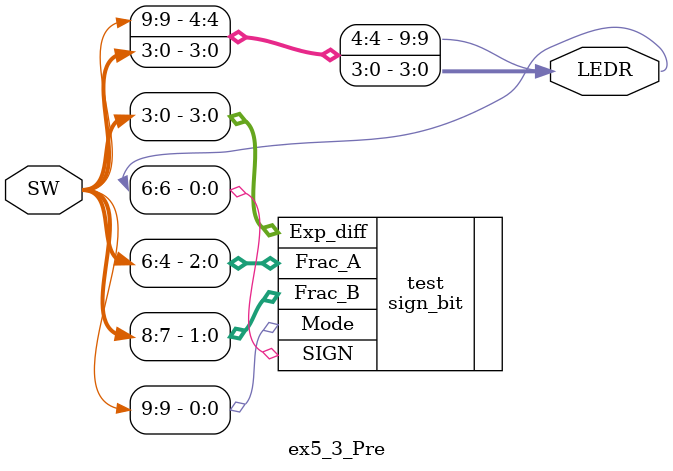
<source format=sv>
module ex5_3_Pre(
		input  logic [9:0] SW,
		output logic [9:0] LEDR
);
assign LEDR[3:0] = SW[3:0];
assign LEDR[9] = SW[9];

sign_bit   test(.Exp_diff(SW[3:0]), .Frac_A(SW[6:4]), .Frac_B(SW[8:7]), .Mode(SW[9]), .SIGN(LEDR[6]) );

endmodule
</source>
